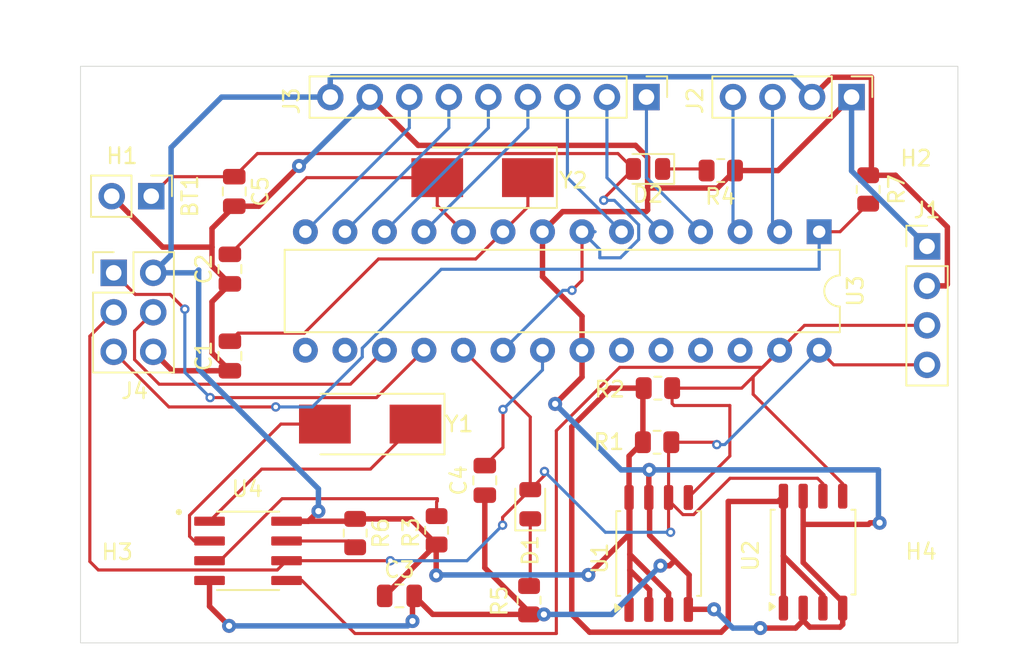
<source format=kicad_pcb>
(kicad_pcb (version 20240108) (generator "pcbnew") (generator_version "8.0")
  (title_block (title "Datalogger PCB") (date "2024-06-24"))
  (layers (0 "F.Cu" mixed) (31 "B.Cu" mixed) (34 "B.Paste" user) (35 "F.Paste" user) (36 "B.SilkS" user "B.Silkscreen") (37 "F.SilkS" user "F.Silkscreen") (38 "B.Mask" user) (39 "F.Mask" user) (44 "Edge.Cuts" user))
  (net 0 "")
  (net 1 "Net-(BT1-+)")
  (net 2 "GND")
  (net 3 "Net-(U3-XTAL1{slash}PB6)")
  (net 4 "Net-(U3-XTAL2{slash}PB7)")
  (net 5 "/Vcc")
  (net 6 "Net-(U3-AREF)")
  (net 7 "/SCK")
  (net 8 "Net-(D1-K)")
  (net 9 "Net-(D2-K)")
  (net 10 "/SDA")
  (net 11 "/TX")
  (net 12 "/RX")
  (net 13 "/D2")
  (net 14 "/D6")
  (net 15 "/D8")
  (net 16 "/D7")
  (net 17 "/D5")
  (net 18 "/D4")
  (net 19 "/D3")
  (net 20 "/MOSI")
  (net 21 "/MISO")
  (net 22 "/RESET")
  (net 23 "Net-(U4-~{INTA})")
  (net 24 "Net-(U4-SQW{slash}~INT)")
  (net 31 "Net-(U4-X2)")
  (net 32 "Net-(U4-X1)")
  (footprint "Crystal:Crystal_SMD_0603-2Pin_6.0x3.5mm_HandSoldering" (layer "F.Cu") (at 116.2558 124.3076 180)
    (property "Reference" "Y1" (at -5.7235 0 180) (layer "F.SilkS"))
    (property "Value" "32.768 kHz")
    (pad "1" smd rect (at -2.9125 0 180) (size 3.325 2.5) (layers "F.Cu" "F.Paste" "F.Mask") (net 32 "Net-(U4-X1)"))
    (pad "2" smd rect (at 2.9125 0 180) (size 3.325 2.5) (layers "F.Cu" "F.Paste" "F.Mask") (net 31 "Net-(U4-X2)"))
  )
  (footprint "MountingHole:MountingHole_2.2mm_M2" (layer "F.Cu") (at 151.4856 135.8392)
    (property "Reference" "H4" (at 0.1778 -3.3274 0) (layer "F.SilkS"))
    (property "Value" "MountingHole")
    (pad "" np_thru_hole circle (at 0 0) (size 2.2 2.2) (drill 2.2) (layers "*.Cu" "*.Mask"))
  )
  (footprint "Resistor_SMD:R_0805_2012Metric" (layer "F.Cu") (at 115.2906 131.3199 -90)
    (property "Reference" "R6" (at 0 -1.65 90) (layer "F.SilkS"))
    (property "Value" "10k")
    (pad "1" smd roundrect (at -0.9125 0 270) (size 1.025 1.4) (layers "F.Cu" "F.Paste" "F.Mask") (roundrect_rratio 0.243902) (net 5 "/Vcc"))
    (pad "2" smd roundrect (at 0.9125 0 270) (size 1.025 1.4) (layers "F.Cu" "F.Paste" "F.Mask") (roundrect_rratio 0.243902) (net 24 "Net-(U4-SQW{slash}~INT)"))
  )
  (footprint "Resistor_SMD:R_0805_2012Metric" (layer "F.Cu") (at 148.2598 109.2181 -90)
    (property "Reference" "R7" (at -0.0019 -1.8288 90) (layer "F.SilkS"))
    (property "Value" "10k")
    (pad "1" smd roundrect (at -0.9125 0 270) (size 1.025 1.4) (layers "F.Cu" "F.Paste" "F.Mask") (roundrect_rratio 0.243902) (net 5 "/Vcc"))
    (pad "2" smd roundrect (at 0.9125 0 270) (size 1.025 1.4) (layers "F.Cu" "F.Paste" "F.Mask") (roundrect_rratio 0.243902) (net 22 "/RESET"))
  )
  (footprint "Package_DIP:DIP-28_W7.62mm" (layer "F.Cu") (at 145.1102 111.9378 -90)
    (property "Reference" "U3" (at 3.81 -2.33 90) (layer "F.SilkS"))
    (property "Value" "ATmega328-P")
    (pad "1" thru_hole rect (at 0 0 270) (size 1.6 1.6) (drill 0.8) (layers "*.Cu" "*.Mask") (net 22 "/RESET"))
    (pad "2" thru_hole oval (at 0 2.54 270) (size 1.6 1.6) (drill 0.8) (layers "*.Cu" "*.Mask") (net 12 "/RX"))
    (pad "3" thru_hole oval (at 0 5.08 270) (size 1.6 1.6) (drill 0.8) (layers "*.Cu" "*.Mask") (net 11 "/TX"))
    (pad "4" thru_hole oval (at 0 7.62 270) (size 1.6 1.6) (drill 0.8) (layers "*.Cu" "*.Mask") (net 13 "/D2"))
    (pad "5" thru_hole oval (at 0 10.16 270) (size 1.6 1.6) (drill 0.8) (layers "*.Cu" "*.Mask") (net 19 "/D3"))
    (pad "6" thru_hole oval (at 0 12.7 270) (size 1.6 1.6) (drill 0.8) (layers "*.Cu" "*.Mask") (net 18 "/D4"))
    (pad "7" thru_hole oval (at 0 15.24 270) (size 1.6 1.6) (drill 0.8) (layers "*.Cu" "*.Mask") (net 1 "Net-(BT1-+)"))
    (pad "8" thru_hole oval (at 0 17.78 270) (size 1.6 1.6) (drill 0.8) (layers "*.Cu" "*.Mask") (net 2 "GND"))
    (pad "9" thru_hole oval (at 0 20.32 270) (size 1.6 1.6) (drill 0.8) (layers "*.Cu" "*.Mask") (net 3 "Net-(U3-XTAL1{slash}PB6)"))
    (pad "10" thru_hole oval (at 0 22.86 270) (size 1.6 1.6) (drill 0.8) (layers "*.Cu" "*.Mask") (net 4 "Net-(U3-XTAL2{slash}PB7)"))
    (pad "11" thru_hole oval (at 0 25.4 270) (size 1.6 1.6) (drill 0.8) (layers "*.Cu" "*.Mask") (net 17 "/D5"))
    (pad "12" thru_hole oval (at 0 27.94 270) (size 1.6 1.6) (drill 0.8) (layers "*.Cu" "*.Mask") (net 14 "/D6"))
    (pad "13" thru_hole oval (at 0 30.48 270) (size 1.6 1.6) (drill 0.8) (layers "*.Cu" "*.Mask") (net 16 "/D7"))
    (pad "14" thru_hole oval (at 0 33.02 270) (size 1.6 1.6) (drill 0.8) (layers "*.Cu" "*.Mask") (net 15 "/D8"))
    (pad "15" thru_hole oval (at 7.62 33.02 270) (size 1.6 1.6) (drill 0.8) (layers "*.Cu" "*.Mask"))
    (pad "16" thru_hole oval (at 7.62 30.48 270) (size 1.6 1.6) (drill 0.8) (layers "*.Cu" "*.Mask"))
    (pad "17" thru_hole oval (at 7.62 27.94 270) (size 1.6 1.6) (drill 0.8) (layers "*.Cu" "*.Mask") (net 20 "/MOSI"))
    (pad "18" thru_hole oval (at 7.62 25.4 270) (size 1.6 1.6) (drill 0.8) (layers "*.Cu" "*.Mask") (net 21 "/MISO"))
    (pad "19" thru_hole oval (at 7.62 22.86 270) (size 1.6 1.6) (drill 0.8) (layers "*.Cu" "*.Mask") (net 7 "/SCK"))
    (pad "20" thru_hole oval (at 7.62 20.32 270) (size 1.6 1.6) (drill 0.8) (layers "*.Cu" "*.Mask") (net 1 "Net-(BT1-+)"))
    (pad "21" thru_hole oval (at 7.62 17.78 270) (size 1.6 1.6) (drill 0.8) (layers "*.Cu" "*.Mask") (net 6 "Net-(U3-AREF)"))
    (pad "22" thru_hole oval (at 7.62 15.24 270) (size 1.6 1.6) (drill 0.8) (layers "*.Cu" "*.Mask") (net 2 "GND"))
    (pad "23" thru_hole oval (at 7.62 12.7 270) (size 1.6 1.6) (drill 0.8) (layers "*.Cu" "*.Mask"))
    (pad "24" thru_hole oval (at 7.62 10.16 270) (size 1.6 1.6) (drill 0.8) (layers "*.Cu" "*.Mask"))
    (pad "25" thru_hole oval (at 7.62 7.62 270) (size 1.6 1.6) (drill 0.8) (layers "*.Cu" "*.Mask"))
    (pad "26" thru_hole oval (at 7.62 5.08 270) (size 1.6 1.6) (drill 0.8) (layers "*.Cu" "*.Mask"))
    (pad "27" thru_hole oval (at 7.62 2.54 270) (size 1.6 1.6) (drill 0.8) (layers "*.Cu" "*.Mask") (net 10 "/SDA"))
    (pad "28" thru_hole oval (at 7.62 0 270) (size 1.6 1.6) (drill 0.8) (layers "*.Cu" "*.Mask") (net 7 "/SCK"))
  )
  (footprint "MountingHole:MountingHole_2.2mm_M2" (layer "F.Cu") (at 100.1776 103.8352)
    (property "Reference" "H1" (at 0.127 3.2258 0) (layer "F.SilkS"))
    (property "Value" "MountingHole")
    (pad "" np_thru_hole circle (at 0 0) (size 2.2 2.2) (drill 2.2) (layers "*.Cu" "*.Mask"))
  )
  (footprint "Connector_PinHeader_2.54mm:PinHeader_1x04_P2.54mm_Vertical" (layer "F.Cu") (at 147.193 103.2764 -90)
    (property "Reference" "J2" (at 0.2286 10.0584 90) (layer "F.SilkS"))
    (property "Value" "Conn_01x04_Pin")
    (pad "1" thru_hole rect (at 0 0 270) (size 1.7 1.7) (drill 1) (layers "*.Cu" "*.Mask") (net 2 "GND"))
    (pad "2" thru_hole oval (at 0 2.54 270) (size 1.7 1.7) (drill 1) (layers "*.Cu" "*.Mask") (net 5 "/Vcc"))
    (pad "3" thru_hole oval (at 0 5.08 270) (size 1.7 1.7) (drill 1) (layers "*.Cu" "*.Mask") (net 12 "/RX"))
    (pad "4" thru_hole oval (at 0 7.62 270) (size 1.7 1.7) (drill 1) (layers "*.Cu" "*.Mask") (net 11 "/TX"))
  )
  (footprint "Capacitor_SMD:C_0805_2012Metric" (layer "F.Cu") (at 107.2388 114.3406 90)
    (property "Reference" "C2" (at 0 -1.68 -90) (layer "F.SilkS"))
    (property "Value" "22pF")
    (pad "1" smd roundrect (at -0.95 0 90) (size 1 1.45) (layers "F.Cu" "F.Paste" "F.Mask") (net 2 "GND"))
    (pad "2" smd roundrect (at 0.95 0 90) (size 1 1.45) (layers "F.Cu" "F.Paste" "F.Mask") (net 4 "Net-(U3-XTAL2{slash}PB7)"))
  )
  (footprint "Capacitor_SMD:C_0805_2012Metric" (layer "F.Cu") (at 107.5182 109.347 -90)
    (property "Reference" "C5" (at 0 -1.68 90) (layer "F.SilkS"))
    (property "Value" "100nF")
    (pad "1" smd roundrect (at -0.95 0 270) (size 1 1.45) (layers "F.Cu" "F.Paste" "F.Mask") (net 1 "Net-(BT1-+)"))
    (pad "2" smd roundrect (at 0.95 0 270) (size 1 1.45) (layers "F.Cu" "F.Paste" "F.Mask") (net 2 "GND"))
  )
  (footprint "LED_SMD:LED_0805_2012Metric" (layer "F.Cu") (at 134.1097 107.8992 180)
    (property "Reference" "D2" (at 0 -1.65 180) (layer "F.SilkS"))
    (property "Value" "LED")
    (pad "1" smd roundrect (at -0.9375 0 180) (size 0.975 1.4) (layers "F.Cu" "F.Paste" "F.Mask") (net 9 "Net-(D2-K)"))
    (pad "2" smd roundrect (at 0.9375 0 180) (size 0.975 1.4) (layers "F.Cu" "F.Paste" "F.Mask") (net 1 "Net-(BT1-+)"))
  )
  (footprint "DS1337S_T_R:SOIC127P600X175-8N" (layer "F.Cu") (at 108.405 132.461)
    (property "Reference" "U4" (at -0.0508 -3.9878 180) (layer "F.SilkS"))
    (property "Value" "DS1337S_T_R")
    (pad "1" smd roundrect (at -2.475 -1.905) (size 1.97 0.59) (layers "F.Cu" "F.Paste" "F.Mask") (roundrect_rratio 0.125) (net 32 "Net-(U4-X1)"))
    (pad "2" smd roundrect (at -2.475 -0.635) (size 1.97 0.59) (layers "F.Cu" "F.Paste" "F.Mask") (roundrect_rratio 0.125) (net 31 "Net-(U4-X2)"))
    (pad "3" smd roundrect (at -2.475 0.635) (size 1.97 0.59) (layers "F.Cu" "F.Paste" "F.Mask") (roundrect_rratio 0.125) (net 23 "Net-(U4-~{INTA})"))
    (pad "4" smd roundrect (at -2.475 1.905) (size 1.97 0.59) (layers "F.Cu" "F.Paste" "F.Mask") (roundrect_rratio 0.125) (net 2 "GND"))
    (pad "5" smd roundrect (at 2.475 1.905) (size 1.97 0.59) (layers "F.Cu" "F.Paste" "F.Mask") (roundrect_rratio 0.125) (net 10 "/SDA"))
    (pad "6" smd roundrect (at 2.475 0.635) (size 1.97 0.59) (layers "F.Cu" "F.Paste" "F.Mask") (roundrect_rratio 0.125) (net 7 "/SCK"))
    (pad "7" smd roundrect (at 2.475 -0.635) (size 1.97 0.59) (layers "F.Cu" "F.Paste" "F.Mask") (roundrect_rratio 0.125) (net 24 "Net-(U4-SQW{slash}~INT)"))
    (pad "8" smd roundrect (at 2.475 -1.905) (size 1.97 0.59) (layers "F.Cu" "F.Paste" "F.Mask") (roundrect_rratio 0.125) (net 5 "/Vcc"))
  )
  (footprint "Capacitor_SMD:C_0805_2012Metric" (layer "F.Cu") (at 107.2388 119.9286 90)
    (property "Reference" "C1" (at 0 -1.68 -90) (layer "F.SilkS"))
    (property "Value" "22pF")
    (pad "1" smd roundrect (at -0.95 0 90) (size 1 1.45) (layers "F.Cu" "F.Paste" "F.Mask") (net 2 "GND"))
    (pad "2" smd roundrect (at 0.95 0 90) (size 1 1.45) (layers "F.Cu" "F.Paste" "F.Mask") (net 3 "Net-(U3-XTAL1{slash}PB6)"))
  )
  (footprint "LED_SMD:LED_0805_2012Metric" (layer "F.Cu") (at 126.5428 129.4638 90)
    (property "Reference" "D1" (at -2.9695 0 270) (layer "F.SilkS"))
    (property "Value" "LED")
    (pad "1" smd roundrect (at -0.9375 0 90) (size 0.975 1.4) (layers "F.Cu" "F.Paste" "F.Mask") (net 8 "Net-(D1-K)"))
    (pad "2" smd roundrect (at 0.9375 0 90) (size 0.975 1.4) (layers "F.Cu" "F.Paste" "F.Mask") (net 7 "/SCK"))
  )
  (footprint "Capacitor_SMD:C_0805_2012Metric" (layer "F.Cu") (at 118.1354 135.3566)
    (property "Reference" "C3" (at 0 -1.68 0) (layer "F.SilkS"))
    (property "Value" "0.1uF")
    (pad "1" smd roundrect (at -0.95 0) (size 1 1.45) (layers "F.Cu" "F.Paste" "F.Mask") (net 5 "/Vcc"))
    (pad "2" smd roundrect (at 0.95 0) (size 1 1.45) (layers "F.Cu" "F.Paste" "F.Mask") (net 2 "GND"))
  )
  (footprint "Resistor_SMD:R_0805_2012Metric" (layer "F.Cu") (at 126.4666 135.636 90)
    (property "Reference" "R5" (at -0.0508 -1.905 270) (layer "F.SilkS"))
    (property "Value" "330")
    (pad "1" smd roundrect (at -0.9125 0 90) (size 1.025 1.4) (layers "F.Cu" "F.Paste" "F.Mask") (roundrect_rratio 0.243902) (net 2 "GND"))
    (pad "2" smd roundrect (at 0.9125 0 90) (size 1.025 1.4) (layers "F.Cu" "F.Paste" "F.Mask") (roundrect_rratio 0.243902) (net 8 "Net-(D1-K)"))
  )
  (footprint "Resistor_SMD:R_0805_2012Metric" (layer "F.Cu") (at 134.747 121.9962)
    (property "Reference" "R2" (at -3.0969 0.0762 0) (layer "F.SilkS"))
    (property "Value" "4.7k")
    (pad "1" smd roundrect (at -0.9125 0) (size 1.025 1.4) (layers "F.Cu" "F.Paste" "F.Mask") (roundrect_rratio 0.243902) (net 5 "/Vcc"))
    (pad "2" smd roundrect (at 0.9125 0) (size 1.025 1.4) (layers "F.Cu" "F.Paste" "F.Mask") (roundrect_rratio 0.243902) (net 10 "/SDA"))
  )
  (footprint "MountingHole:MountingHole_2.2mm_M2" (layer "F.Cu") (at 151.4856 103.8352)
    (property "Reference" "H2" (at -0.1524 3.3782 0) (layer "F.SilkS"))
    (property "Value" "MountingHole")
    (pad "" np_thru_hole circle (at 0 0) (size 2.2 2.2) (drill 2.2) (layers "*.Cu" "*.Mask"))
  )
  (footprint "Connector_PinHeader_2.54mm:PinHeader_1x02_P2.54mm_Vertical" (layer "F.Cu") (at 102.1842 109.6518 -90)
    (property "Reference" "BT1" (at 0 -2.4892 90) (layer "F.SilkS"))
    (property "Value" "Battery")
    (pad "1" thru_hole rect (at 0 0 270) (size 1.7 1.7) (drill 1) (layers "*.Cu" "*.Mask") (net 1 "Net-(BT1-+)"))
    (pad "2" thru_hole oval (at 0 2.54 270) (size 1.7 1.7) (drill 1) (layers "*.Cu" "*.Mask") (net 2 "GND"))
  )
  (footprint "Crystal:Crystal_SMD_0603-2Pin_6.0x3.5mm_HandSoldering" (layer "F.Cu") (at 123.4779 108.458 180)
    (property "Reference" "Y2" (at -5.8335 -0.1778 180) (layer "F.SilkS"))
    (property "Value" "16MHz")
    (pad "1" smd rect (at -2.9125 0 180) (size 3.325 2.5) (layers "F.Cu" "F.Paste" "F.Mask") (net 3 "Net-(U3-XTAL1{slash}PB6)"))
    (pad "2" smd rect (at 2.9125 0 180) (size 3.325 2.5) (layers "F.Cu" "F.Paste" "F.Mask") (net 4 "Net-(U3-XTAL2{slash}PB7)"))
  )
  (footprint "Resistor_SMD:R_0805_2012Metric" (layer "F.Cu") (at 120.523 131.1421 90)
    (property "Reference" "R3" (at -0.1505 -1.651 270) (layer "F.SilkS"))
    (property "Value" "10k")
    (pad "1" smd roundrect (at -0.9125 0 90) (size 1.025 1.4) (layers "F.Cu" "F.Paste" "F.Mask") (roundrect_rratio 0.243902) (net 5 "/Vcc"))
    (pad "2" smd roundrect (at 0.9125 0 90) (size 1.025 1.4) (layers "F.Cu" "F.Paste" "F.Mask") (roundrect_rratio 0.243902) (net 23 "Net-(U4-~{INTA})"))
  )
  (footprint "MountingHole:MountingHole_2.2mm_M2" (layer "F.Cu") (at 100.1776 135.8392)
    (property "Reference" "H3" (at -0.1778 -3.302 0) (layer "F.SilkS"))
    (property "Value" "MountingHole")
    (pad "" np_thru_hole circle (at 0 0) (size 2.2 2.2) (drill 2.2) (layers "*.Cu" "*.Mask"))
  )
  (footprint "Package_SO:SOIC-8_5.23x5.23mm_P1.27mm" (layer "F.Cu") (at 144.7178 132.544 90)
    (property "Reference" "U2" (at -0.2286 -4.0132 90) (layer "F.SilkS"))
    (property "Value" "24LC1025")
    (pad "1" smd roundrect (at -3.6 -1.905 90) (size 1.6 0.6) (layers "F.Cu" "F.Paste" "F.Mask") (net 5 "/Vcc"))
    (pad "2" smd roundrect (at -3.6 -0.635 90) (size 1.6 0.6) (layers "F.Cu" "F.Paste" "F.Mask") (net 2 "GND"))
    (pad "3" smd roundrect (at -3.6 0.635 90) (size 1.6 0.6) (layers "F.Cu" "F.Paste" "F.Mask") (net 5 "/Vcc"))
    (pad "4" smd roundrect (at -3.6 1.905 90) (size 1.6 0.6) (layers "F.Cu" "F.Paste" "F.Mask") (net 2 "GND"))
    (pad "5" smd roundrect (at 3.6 1.905 90) (size 1.6 0.6) (layers "F.Cu" "F.Paste" "F.Mask") (net 10 "/SDA"))
    (pad "6" smd roundrect (at 3.6 0.635 90) (size 1.6 0.6) (layers "F.Cu" "F.Paste" "F.Mask") (net 7 "/SCK"))
    (pad "7" smd roundrect (at 3.6 -0.635 90) (size 1.6 0.6) (layers "F.Cu" "F.Paste" "F.Mask") (net 2 "GND"))
    (pad "8" smd roundrect (at 3.6 -1.905 90) (size 1.6 0.6) (layers "F.Cu" "F.Paste" "F.Mask") (net 5 "/Vcc"))
  )
  (footprint "Capacitor_SMD:C_0805_2012Metric" (layer "F.Cu") (at 123.6218 127.9296 90)
    (property "Reference" "C4" (at 0 -1.68 270) (layer "F.SilkS"))
    (property "Value" "1uF")
    (pad "1" smd roundrect (at -0.95 0 90) (size 1 1.45) (layers "F.Cu" "F.Paste" "F.Mask") (net 2 "GND"))
    (pad "2" smd roundrect (at 0.95 0 90) (size 1 1.45) (layers "F.Cu" "F.Paste" "F.Mask") (net 6 "Net-(U3-AREF)"))
  )
  (footprint "Package_SO:SOIC-8_5.23x5.23mm_P1.27mm" (layer "F.Cu") (at 134.7978 132.632 90)
    (property "Reference" "U1" (at -0.3048 -3.7846 -90) (layer "F.SilkS"))
    (property "Value" "24LC1025")
    (pad "1" smd roundrect (at -3.6 -1.905 90) (size 1.6 0.6) (layers "F.Cu" "F.Paste" "F.Mask") (net 5 "/Vcc"))
    (pad "2" smd roundrect (at -3.6 -0.635 90) (size 1.6 0.6) (layers "F.Cu" "F.Paste" "F.Mask") (net 5 "/Vcc"))
    (pad "3" smd roundrect (at -3.6 0.635 90) (size 1.6 0.6) (layers "F.Cu" "F.Paste" "F.Mask") (net 5 "/Vcc"))
    (pad "4" smd roundrect (at -3.6 1.905 90) (size 1.6 0.6) (layers "F.Cu" "F.Paste" "F.Mask") (net 2 "GND"))
    (pad "5" smd roundrect (at 3.6 1.905 90) (size 1.6 0.6) (layers "F.Cu" "F.Paste" "F.Mask") (net 10 "/SDA"))
    (pad "6" smd roundrect (at 3.6 0.635 90) (size 1.6 0.6) (layers "F.Cu" "F.Paste" "F.Mask") (net 7 "/SCK"))
    (pad "7" smd roundrect (at 3.6 -0.635 90) (size 1.6 0.6) (layers "F.Cu" "F.Paste" "F.Mask") (net 2 "GND"))
    (pad "8" smd roundrect (at 3.6 -1.905 90) (size 1.6 0.6) (layers "F.Cu" "F.Paste" "F.Mask") (net 5 "/Vcc"))
  )
  (footprint "Resistor_SMD:R_0805_2012Metric" (layer "F.Cu") (at 138.7875 108.0008)
    (property "Reference" "R4" (at -0.0273 1.6764 0) (layer "F.SilkS"))
    (property "Value" "330")
    (pad "1" smd roundrect (at -0.9125 0) (size 1.025 1.4) (layers "F.Cu" "F.Paste" "F.Mask") (roundrect_rratio 0.243902) (net 9 "Net-(D2-K)"))
    (pad "2" smd roundrect (at 0.9125 0) (size 1.025 1.4) (layers "F.Cu" "F.Paste" "F.Mask") (roundrect_rratio 0.243902) (net 2 "GND"))
  )
  (footprint "Resistor_SMD:R_0805_2012Metric" (layer "F.Cu") (at 134.6943 125.476)
    (property "Reference" "R1" (at -3.0969 -0.0254 0) (layer "F.SilkS"))
    (property "Value" "4.7k")
    (pad "1" smd roundrect (at -0.9125 0) (size 1.025 1.4) (layers "F.Cu" "F.Paste" "F.Mask") (roundrect_rratio 0.243902) (net 5 "/Vcc"))
    (pad "2" smd roundrect (at 0.9125 0) (size 1.025 1.4) (layers "F.Cu" "F.Paste" "F.Mask") (roundrect_rratio 0.243902) (net 7 "/SCK"))
  )
  (footprint "Connector_PinHeader_2.54mm:PinHeader_1x09_P2.54mm_Vertical" (layer "F.Cu") (at 134.0104 103.2764 -90)
    (property "Reference" "J3" (at 0.254 22.8092 90) (layer "F.SilkS"))
    (property "Value" "Conn_01x09_Pin")
    (pad "1" thru_hole rect (at 0 0 270) (size 1.7 1.7) (drill 1) (layers "*.Cu" "*.Mask") (net 13 "/D2"))
    (pad "2" thru_hole oval (at 0 2.54 270) (size 1.7 1.7) (drill 1) (layers "*.Cu" "*.Mask") (net 19 "/D3"))
    (pad "3" thru_hole oval (at 0 5.08 270) (size 1.7 1.7) (drill 1) (layers "*.Cu" "*.Mask") (net 18 "/D4"))
    (pad "4" thru_hole oval (at 0 7.62 270) (size 1.7 1.7) (drill 1) (layers "*.Cu" "*.Mask") (net 17 "/D5"))
    (pad "5" thru_hole oval (at 0 10.16 270) (size 1.7 1.7) (drill 1) (layers "*.Cu" "*.Mask") (net 14 "/D6"))
    (pad "6" thru_hole oval (at 0 12.7 270) (size 1.7 1.7) (drill 1) (layers "*.Cu" "*.Mask") (net 16 "/D7"))
    (pad "7" thru_hole oval (at 0 15.24 270) (size 1.7 1.7) (drill 1) (layers "*.Cu" "*.Mask") (net 15 "/D8"))
    (pad "8" thru_hole oval (at 0 17.78 270) (size 1.7 1.7) (drill 1) (layers "*.Cu" "*.Mask") (net 2 "GND"))
    (pad "9" thru_hole oval (at 0 20.32 270) (size 1.7 1.7) (drill 1) (layers "*.Cu" "*.Mask") (net 5 "/Vcc"))
  )
  (footprint "Connector_PinHeader_2.54mm:PinHeader_1x04_P2.54mm_Vertical" (layer "F.Cu") (at 152.0444 112.8776)
    (property "Reference" "J1" (at 0 -2.33 0) (layer "F.SilkS"))
    (property "Value" "Conn_01x04_Pin")
    (pad "1" thru_hole rect (at 0 0) (size 1.7 1.7) (drill 1) (layers "*.Cu" "*.Mask") (net 2 "GND"))
    (pad "2" thru_hole oval (at 0 2.54) (size 1.7 1.7) (drill 1) (layers "*.Cu" "*.Mask") (net 5 "/Vcc"))
    (pad "3" thru_hole oval (at 0 5.08) (size 1.7 1.7) (drill 1) (layers "*.Cu" "*.Mask") (net 10 "/SDA"))
    (pad "4" thru_hole oval (at 0 7.62) (size 1.7 1.7) (drill 1) (layers "*.Cu" "*.Mask") (net 7 "/SCK"))
  )
  (footprint "Connector_PinHeader_2.54mm:PinHeader_2x03_P2.54mm_Vertical" (layer "F.Cu") (at 99.7712 114.5794)
    (property "Reference" "J4" (at 1.3462 7.5946 0) (layer "F.SilkS"))
    (property "Value" "Conn_02x03_Odd_Even")
    (pad "1" thru_hole rect (at 0 0) (size 1.7 1.7) (drill 1) (layers "*.Cu" "*.Mask") (net 21 "/MISO"))
    (pad "2" thru_hole oval (at 2.54 0) (size 1.7 1.7) (drill 1) (layers "*.Cu" "*.Mask") (net 5 "/Vcc"))
    (pad "3" thru_hole oval (at 0 2.54) (size 1.7 1.7) (drill 1) (layers "*.Cu" "*.Mask") (net 7 "/SCK"))
    (pad "4" thru_hole oval (at 2.54 2.54) (size 1.7 1.7) (drill 1) (layers "*.Cu" "*.Mask") (net 20 "/MOSI"))
    (pad "5" thru_hole oval (at 0 5.08) (size 1.7 1.7) (drill 1) (layers "*.Cu" "*.Mask") (net 22 "/RESET"))
    (pad "6" thru_hole oval (at 2.54 5.08) (size 1.7 1.7) (drill 1) (layers "*.Cu" "*.Mask") (net 2 "GND"))
  )
  (gr_rect (start 97.6376 101.2952) (end 154.0256 138.3792) (stroke (width 0.05)) (fill none) (layer "Edge.Cuts"))
  (segment (start 109.0072 106.908) (end 132.181 106.908) (width 0.2) (layer "F.Cu") (net 1))
  (segment (start 132.181 106.908) (end 133.1722 107.8992) (width 0.2) (layer "F.Cu") (net 1))
  (segment (start 133.1722 107.8992) (end 131.2672 109.8042) (width 0.2) (layer "F.Cu") (net 1))
  (segment (start 103.439 108.397) (end 102.1842 109.6518) (width 0.2) (layer "F.Cu") (net 1))
  (segment (start 107.5182 108.397) (end 103.439 108.397) (width 0.2) (layer "F.Cu") (net 1))
  (segment (start 129.8702 111.9378) (end 129.8702 115.062) (width 0.2) (layer "F.Cu") (net 1))
  (segment (start 129.8702 115.062) (end 129.227153 115.705047) (width 0.2) (layer "F.Cu") (net 1))
  (segment (start 131.2672 109.8042) (end 131.2672 109.9174) (width 0.2) (layer "F.Cu") (net 1))
  (segment (start 107.5182 108.397) (end 109.0072 106.908) (width 0.2) (layer "F.Cu") (net 1))
  (via (at 131.2672 109.9174) (size 0.6) (drill 0.3) (layers "F.Cu" "B.Cu") (net 1))
  (via (at 129.227153 115.705047) (size 0.6) (drill 0.3) (layers "F.Cu" "B.Cu") (net 1))
  (segment (start 128.642953 115.705047) (end 124.7902 119.5578) (width 0.2) (layer "B.Cu") (net 1))
  (segment (start 129.8702 111.9378) (end 130.710198 111.9378) (width 0.2) (layer "B.Cu") (net 1))
  (segment (start 129.227153 115.705047) (end 128.642953 115.705047) (width 0.2) (layer "B.Cu") (net 1))
  (segment (start 131.945435 109.9174) (end 133.5102 111.482165) (width 0.2) (layer "B.Cu") (net 1))
  (segment (start 131.0132 113.0808) (end 129.8702 111.9378) (width 0.2) (layer "B.Cu") (net 1))
  (segment (start 133.5102 111.482165) (end 133.5102 112.438) (width 0.2) (layer "B.Cu") (net 1))
  (segment (start 133.5102 112.438) (end 132.334 113.6142) (width 0.2) (layer "B.Cu") (net 1))
  (segment (start 131.2672 109.9174) (end 131.945435 109.9174) (width 0.2) (layer "B.Cu") (net 1))
  (segment (start 131.0132 113.6142) (end 131.0132 113.0808) (width 0.2) (layer "B.Cu") (net 1))
  (segment (start 132.334 113.6142) (end 131.0132 113.6142) (width 0.2) (layer "B.Cu") (net 1))
  (segment (start 134.0847 107.15919) (end 134.0847 109.0676) (width 0.35) (layer "F.Cu") (net 2))
  (segment (start 134.2136 131.4704) (end 134.2136 128.861) (width 0.35) (layer "F.Cu") (net 2))
  (segment (start 133.30851 106.383) (end 134.0847 107.15919) (width 0.35) (layer "F.Cu") (net 2))
  (segment (start 129.8702 119.5578) (end 129.8702 121.285) (width 0.35) (layer "F.Cu") (net 2))
  (segment (start 144.0828 133.212672) (end 146.6228 135.752672) (width 0.35) (layer "F.Cu") (net 2))
  (segment (start 106.0888 114.1406) (end 107.2388 115.2906) (width 0.35) (layer "F.Cu") (net 2))
  (segment (start 120.2773 136.5485) (end 126.4666 136.5485) (width 0.35) (layer "F.Cu") (net 2))
  (segment (start 147.193 103.2764) (end 142.4686 108.0008) (width 0.35) (layer "F.Cu") (net 2))
  (segment (start 102.9208 112.9284) (end 106.0888 112.9284) (width 0.35) (layer "F.Cu") (net 2))
  (segment (start 138.575 109.1258) (end 134.1429 109.1258) (width 0.35) (layer "F.Cu") (net 2))
  (segment (start 135.8265 133.0833) (end 134.2136 131.4704) (width 0.35) (layer "F.Cu") (net 2))
  (segment (start 106.0888 116.4406) (end 107.2388 115.2906) (width 0.35) (layer "F.Cu") (net 2))
  (segment (start 107.5182 110.297) (end 109.0948 110.297) (width 0.35) (layer "F.Cu") (net 2))
  (segment (start 99.6442 109.6518) (end 102.9208 112.9284) (width 0.35) (layer "F.Cu") (net 2))
  (segment (start 129.8702 121.285) (end 128.143 123.0122) (width 0.35) (layer "F.Cu") (net 2))
  (segment (start 129.8702 117.3734) (end 127.3302 114.8334) (width 0.35) (layer "F.Cu") (net 2))
  (segment (start 106.0888 119.7286) (end 106.0888 116.4406) (width 0.35) (layer "F.Cu") (net 2))
  (segment (start 134.1429 109.1258) (end 134.0847 109.0676) (width 0.35) (layer "F.Cu") (net 2))
  (segment (start 127.4173 136.5485) (end 127.4192 136.5504) (width 0.35) (layer "F.Cu") (net 2))
  (segment (start 123.6218 133.552722) (end 126.4666 136.397522) (width 0.35) (layer "F.Cu") (net 2))
  (segment (start 146.6228 137.1968) (end 146.6228 136.144) (width 0.35) (layer "F.Cu") (net 2))
  (segment (start 148.9964 130.6576) (end 148.3868 130.6576) (width 0.35) (layer "F.Cu") (net 2))
  (segment (start 148.2852 130.7592) (end 144.0828 130.7592) (width 0.35) (layer "F.Cu") (net 2))
  (segment (start 103.5304 120.8786) (end 107.2388 120.8786) (width 0.35) (layer "F.Cu") (net 2))
  (segment (start 135.492719 133.417081) (end 135.8265 133.0833) (width 0.35) (layer "F.Cu") (net 2))
  (segment (start 126.4666 136.5485) (end 127.4173 136.5485) (width 0.35) (layer "F.Cu") (net 2))
  (segment (start 134.908519 133.417081) (end 135.492719 133.417081) (width 0.35) (layer "F.Cu") (net 2))
  (segment (start 106.0888 112.9284) (end 106.0888 114.1406) (width 0.35) (layer "F.Cu") (net 2))
  (segment (start 144.0828 130.7592) (end 144.0828 133.212672) (width 0.35) (layer "F.Cu") (net 2))
  (segment (start 105.93 136.029) (end 107.188 137.287) (width 0.35) (layer "F.Cu") (net 2))
  (segment (start 144.0828 136.144) (end 144.0828 136.943999) (width 0.35) (layer "F.Cu") (net 2))
  (segment (start 144.0828 136.943999) (end 144.507801 137.369) (width 0.35) (layer "F.Cu") (net 2))
  (segment (start 109.0948 110.297) (end 111.6838 107.708) (width 0.35) (layer "F.Cu") (net 2))
  (segment (start 136.7146 136.2202) (end 136.7028 136.232) (width 0.35) (layer "F.Cu") (net 2))
  (segment (start 118.9736 136.9792) (end 118.9736 135.4684) (width 0.35) (layer "F.Cu") (net 2))
  (segment (start 119.0854 135.3566) (end 120.2773 136.5485) (width 0.35) (layer "F.Cu") (net 2))
  (segment (start 144.507801 137.369) (end 146.4506 137.369) (width 0.35) (layer "F.Cu") (net 2))
  (segment (start 143.597599 137.4292) (end 141.3256 137.4292) (width 0.35) (layer "F.Cu") (net 2))
  (segment (start 142.4686 108.0008) (end 139.7 108.0008) (width 0.35) (layer "F.Cu") (net 2))
  (segment (start 102.3112 119.6594) (end 103.5304 120.8786) (width 0.35) (layer "F.Cu") (net 2))
  (segment (start 139.7 108.0008) (end 138.575 109.1258) (width 0.35) (layer "F.Cu") (net 2))
  (segment (start 133.985 110.6424) (end 128.6256 110.6424) (width 0.35) (layer "F.Cu") (net 2))
  (segment (start 146.6228 135.752672) (end 146.6228 136.144) (width 0.35) (layer "F.Cu") (net 2))
  (segment (start 116.2304 103.2764) (end 119.337 106.383) (width 0.35) (layer "F.Cu") (net 2))
  (segment (start 128.6256 110.6424) (end 127.3302 111.9378) (width 0.35) (layer "F.Cu") (net 2))
  (segment (start 136.7536 134.0104) (end 135.8265 133.0833) (width 0.35) (layer "F.Cu") (net 2))
  (segment (start 134.0847 110.5427) (end 133.985 110.6424) (width 0.35) (layer "F.Cu") (net 2))
  (segment (start 107.2388 120.8786) (end 106.0888 119.7286) (width 0.35) (layer "F.Cu") (net 2))
  (segment (start 105.93 134.366) (end 105.93 136.029) (width 0.35) (layer "F.Cu") (net 2))
  (segment (start 134.1628 127.2794) (end 134.1882 127.254) (width 0.35) (layer "F.Cu") (net 2))
  (segment (start 119.337 106.383) (end 133.30851 106.383) (width 0.35) (layer "F.Cu") (net 2))
  (segment (start 138.3538 136.2202) (end 136.7146 136.2202) (width 0.35) (layer "F.Cu") (net 2))
  (segment (start 136.7536 136.061) (end 136.7536 134.0104) (width 0.35) (layer "F.Cu") (net 2))
  (segment (start 106.0888 111.7264) (end 106.0888 112.9284) (width 0.35) (layer "F.Cu") (net 2))
  (segment (start 144.0828 136.943999) (end 143.597599 137.4292) (width 0.35) (layer "F.Cu") (net 2))
  (segment (start 118.9736 135.4684) (end 119.0854 135.3566) (width 0.35) (layer "F.Cu") (net 2))
  (segment (start 126.4666 136.397522) (end 126.4666 136.5485) (width 0.35) (layer "F.Cu") (net 2))
  (segment (start 134.0847 109.0676) (end 134.0847 110.5427) (width 0.35) (layer "F.Cu") (net 2))
  (segment (start 127.3302 114.8334) (end 127.3302 111.9378) (width 0.35) (layer "F.Cu") (net 2))
  (segment (start 129.8702 119.5578) (end 129.8702 117.3734) (width 0.35) (layer "F.Cu") (net 2))
  (segment (start 144.0828 128.944) (end 144.0828 130.7592) (width 0.35) (layer "F.Cu") (net 2))
  (segment (start 146.4506 137.369) (end 146.6228 137.1968) (width 0.35) (layer "F.Cu") (net 2))
  (segment (start 134.1628 129.032) (end 134.1628 127.2794) (width 0.35) (layer "F.Cu") (net 2))
  (segment (start 107.5182 110.297) (end 106.0888 111.7264) (width 0.35) (layer "F.Cu") (net 2))
  (segment (start 123.6218 128.8796) (end 123.6218 133.552722) (width 0.35) (layer "F.Cu") (net 2))
  (segment (start 148.3868 130.6576) (end 148.2852 130.7592) (width 0.35) (layer "F.Cu") (net 2))
  (via (at 107.188 137.287) (size 0.9) (drill 0.4) (layers "F.Cu" "B.Cu") (net 2))
  (via (at 134.908519 133.417081) (size 0.9) (drill 0.4) (layers "F.Cu" "B.Cu") (net 2))
  (via (at 138.3538 136.2202) (size 0.9) (drill 0.4) (layers "F.Cu" "B.Cu") (net 2))
  (via (at 127.4192 136.5504) (size 0.9) (drill 0.4) (layers "F.Cu" "B.Cu") (net 2))
  (via (at 134.1882 127.254) (size 0.9) (drill 0.4) (layers "F.Cu" "B.Cu") (net 2))
  (via (at 118.9736 136.9792) (size 0.9) (drill 0.4) (layers "F.Cu" "B.Cu") (net 2))
  (via (at 148.9964 130.6576) (size 0.9) (drill 0.4) (layers "F.Cu" "B.Cu") (net 2))
  (via (at 128.143 123.0122) (size 0.9) (drill 0.4) (layers "F.Cu" "B.Cu") (net 2))
  (via (at 111.6838 107.708) (size 0.9) (drill 0.4) (layers "F.Cu" "B.Cu") (net 2))
  (via (at 141.3256 137.4292) (size 0.9) (drill 0.4) (layers "F.Cu" "B.Cu") (net 2))
  (segment (start 148.9202 127.254) (end 148.9202 130.5814) (width 0.35) (layer "B.Cu") (net 2))
  (segment (start 128.143 123.0122) (end 132.3848 127.254) (width 0.35) (layer "B.Cu") (net 2))
  (segment (start 107.188 137.287) (end 118.6658 137.287) (width 0.35) (layer "B.Cu") (net 2))
  (segment (start 118.6658 137.287) (end 118.9736 136.9792) (width 0.35) (layer "B.Cu") (net 2))
  (segment (start 134.1882 127.254) (end 148.9202 127.254) (width 0.35) (layer "B.Cu") (net 2))
  (segment (start 147.193 108.0262) (end 152.0444 112.8776) (width 0.35) (layer "B.Cu") (net 2))
  (segment (start 139.5628 137.4292) (end 138.3538 136.2202) (width 0.35) (layer "B.Cu") (net 2))
  (segment (start 141.3256 137.4292) (end 139.5628 137.4292) (width 0.35) (layer "B.Cu") (net 2))
  (segment (start 131.7752 136.5504) (end 134.908519 133.417081) (width 0.35) (layer "B.Cu") (net 2))
  (segment (start 148.9202 130.5814) (end 148.9964 130.6576) (width 0.35) (layer "B.Cu") (net 2))
  (segment (start 132.3848 127.254) (end 134.1882 127.254) (width 0.35) (layer "B.Cu") (net 2))
  (segment (start 111.6838 107.708) (end 111.7988 107.708) (width 0.35) (layer "B.Cu") (net 2))
  (segment (start 127.4192 136.5504) (end 131.7752 136.5504) (width 0.35) (layer "B.Cu") (net 2))
  (segment (start 111.7988 107.708) (end 116.2304 103.2764) (width 0.35) (layer "B.Cu") (net 2))
  (segment (start 147.193 103.2764) (end 147.193 108.0262) (width 0.35) (layer "B.Cu") (net 2))
  (segment (start 112.0218 118.4578) (end 116.7892 113.6904) (width 0.2) (layer "F.Cu") (net 3))
  (segment (start 116.7892 113.6904) (end 123.0376 113.6904) (width 0.2) (layer "F.Cu") (net 3))
  (segment (start 123.0376 113.6904) (end 124.7902 111.9378) (width 0.2) (layer "F.Cu") (net 3))
  (segment (start 126.3904 108.458) (end 126.3904 110.3376) (width 0.2) (layer "F.Cu") (net 3))
  (segment (start 107.7596 118.4578) (end 112.0218 118.4578) (width 0.2) (layer "F.Cu") (net 3))
  (segment (start 107.2388 118.9786) (end 107.7596 118.4578) (width 0.2) (layer "F.Cu") (net 3))
  (segment (start 126.3904 110.3376) (end 124.7902 111.9378) (width 0.2) (layer "F.Cu") (net 3))
  (segment (start 107.2388 113.3906) (end 112.1714 108.458) (width 0.2) (layer "F.Cu") (net 4))
  (segment (start 120.5654 108.458) (end 120.5654 110.253) (width 0.2) (layer "F.Cu") (net 4))
  (segment (start 120.5654 110.253) (end 122.2502 111.9378) (width 0.2) (layer "F.Cu") (net 4))
  (segment (start 112.1714 108.458) (end 120.5654 108.458) (width 0.2) (layer "F.Cu") (net 4))
  (segment (start 145.928 102.0014) (end 148.468 102.0014) (width 0.35) (layer "F.Cu") (net 5))
  (segment (start 134.2136 136.061) (end 134.2136 134.9756) (width 0.35) (layer "F.Cu") (net 5))
  (segment (start 132.9436 133.7056) (end 132.9436 132.6896) (width 0.35) (layer "F.Cu") (net 5))
  (segment (start 132.9436 136.061) (end 132.9436 133.7056) (width 0.35) (layer "F.Cu") (net 5))
  (segment (start 120.4976 134.0358) (end 120.4976 132.08) (width 0.35) (layer "F.Cu") (net 5))
  (segment (start 130.3528 137.6934) (end 129.2098 136.5504) (width 0.35) (layer "F.Cu") (net 5))
  (segment (start 142.4708 129.286) (end 139.2682 129.286) (width 0.35) (layer "F.Cu") (net 5))
  (segment (start 132.8928 129.032) (end 132.8928 126.365) (width 0.35) (layer "F.Cu") (net 5))
  (segment (start 142.8128 128.944) (end 142.4708 129.286) (width 0.35) (layer "F.Cu") (net 5))
  (segment (start 120.4976 132.08) (end 120.523 132.0546) (width 0.35) (layer "F.Cu") (net 5))
  (segment (start 144.653 103.2764) (end 145.928 102.0014) (width 0.35) (layer "F.Cu") (net 5))
  (segment (start 135.4328 135.1788) (end 132.9436 132.6896) (width 0.35) (layer "F.Cu") (net 5))
  (segment (start 132.8928 129.032) (end 132.8928 131.3942) (width 0.35) (layer "F.Cu") (net 5))
  (segment (start 153.3506 111.6338) (end 150.0224 108.3056) (width 0.35) (layer "F.Cu") (net 5))
  (segment (start 132.8928 126.365) (end 133.7818 125.476) (width 0.35) (layer "F.Cu") (net 5))
  (segment (start 133.7818 125.476) (end 133.7818 122.0489) (width 0.35) (layer "F.Cu") (net 5))
  (segment (start 115.2906 130.4074) (end 118.8758 130.4074) (width 0.35) (layer "F.Cu") (net 5))
  (segment (start 132.9436 132.6896) (end 132.9436 128.861) (width 0.35) (layer "F.Cu") (net 5))
  (segment (start 134.2136 134.9756) (end 132.9436 133.7056) (width 0.35) (layer "F.Cu") (net 5))
  (segment (start 139.2682 137.2362) (end 138.811 137.6934) (width 0.35) (layer "F.Cu") (net 5))
  (segment (start 150.0224 108.3056) (end 148.2598 108.3056) (width 0.35) (layer "F.Cu") (net 5))
  (segment (start 142.8128 132.7912) (end 142.8128 136.144) (width 0.35) (layer "F.Cu") (net 5))
  (segment (start 152.0444 115.4176) (end 153.246481 115.4176) (width 0.35) (layer "F.Cu") (net 5))
  (segment (start 110.88 130.556) (end 115.142 130.556) (width 0.35) (layer "F.Cu") (net 5))
  (segment (start 153.246481 115.4176) (end 153.3506 115.313481) (width 0.35) (layer "F.Cu") (net 5))
  (segment (start 135.4328 136.232) (end 135.4328 135.1788) (width 0.35) (layer "F.Cu") (net 5))
  (segment (start 132.8928 131.3942) (end 130.2766 134.0104) (width 0.35) (layer "F.Cu") (net 5))
  (segment (start 112.2806 130.556) (end 112.9284 129.9082) (width 0.35) (layer "F.Cu") (net 5))
  (segment (start 115.142 130.556) (end 115.2906 130.4074) (width 0.35) (layer "F.Cu") (net 5))
  (segment (start 120.523 132.0546) (end 120.4874 132.0546) (width 0.35) (layer "F.Cu") (net 5))
  (segment (start 118.8758 130.4074) (end 120.523 132.0546) (width 0.35) (layer "F.Cu") (net 5))
  (segment (start 133.7818 122.0489) (end 133.8345 121.9962) (width 0.35) (layer "F.Cu") (net 5))
  (segment (start 138.811 137.6934) (end 130.3528 137.6934) (width 0.35) (layer "F.Cu") (net 5))
  (segment (start 148.468 108.0974) (end 148.2598 108.3056) (width 0.35) (layer "F.Cu") (net 5))
  (segment (start 110.88 130.556) (end 112.2806 130.556) (width 0.35) (layer "F.Cu") (net 5))
  (segment (start 139.2682 129.286) (end 139.2682 137.2362) (width 0.35) (layer "F.Cu") (net 5))
  (segment (start 145.3528 136.144) (end 145.3528 135.3312) (width 0.35) (layer "F.Cu") (net 5))
  (segment (start 142.8128 128.944) (end 142.8128 132.7912) (width 0.35) (layer "F.Cu") (net 5))
  (segment (start 148.468 102.0014) (end 148.468 108.0974) (width 0.35) (layer "F.Cu") (net 5))
  (segment (start 120.4874 132.0546) (end 117.1854 135.3566) (width 0.35) (layer "F.Cu") (net 5))
  (segment (start 145.3528 135.3312) (end 142.8128 132.7912) (width 0.35) (layer "F.Cu") (net 5))
  (segment (start 129.2098 136.5504) (end 129.2098 124.4854) (width 0.35) (layer "F.Cu") (net 5))
  (segment (start 129.2098 124.4854) (end 131.699 121.9962) (width 0.35) (layer "F.Cu") (net 5))
  (segment (start 131.699 121.9962) (end 133.8345 121.9962) (width 0.35) (layer "F.Cu") (net 5))
  (segment (start 153.3506 115.313481) (end 153.3506 111.6338) (width 0.35) (layer "F.Cu") (net 5))
  (via (at 130.2766 134.0104) (size 0.9) (drill 0.4) (layers "F.Cu" "B.Cu") (net 5))
  (via (at 120.4976 134.0358) (size 0.9) (drill 0.4) (layers "F.Cu" "B.Cu") (net 5))
  (via (at 112.9284 129.9082) (size 0.9) (drill 0.4) (layers "F.Cu" "B.Cu") (net 5))
  (segment (start 113.6904 102.0718) (end 113.792 101.9702) (width 0.35) (layer "B.Cu") (net 5))
  (segment (start 103.4592 113.4314) (end 103.4592 106.5226) (width 0.35) (layer "B.Cu") (net 5))
  (segment (start 112.9284 129.9082) (end 112.9284 128.473477) (width 0.35) (layer "B.Cu") (net 5))
  (segment (start 103.4592 106.5226) (end 106.7054 103.2764) (width 0.35) (layer "B.Cu") (net 5))
  (segment (start 112.9284 128.473477) (end 105.2322 120.777277) (width 0.35) (layer "B.Cu") (net 5))
  (segment (start 113.6904 103.2764) (end 113.6904 102.0718) (width 0.35) (layer "B.Cu") (net 5))
  (segment (start 105.2322 114.4016) (end 105.0544 114.5794) (width 0.35) (layer "B.Cu") (net 5))
  (segment (start 120.523 134.0104) (end 120.4976 134.0358) (width 0.35) (layer "B.Cu") (net 5))
  (segment (start 143.3468 101.9702) (end 144.653 103.2764) (width 0.35) (layer "B.Cu") (net 5))
  (segment (start 113.792 101.9702) (end 143.3468 101.9702) (width 0.35) (layer "B.Cu") (net 5))
  (segment (start 105.2322 120.777277) (end 105.2322 114.4016) (width 0.35) (layer "B.Cu") (net 5))
  (segment (start 106.7054 103.2764) (end 113.6904 103.2764) (width 0.35) (layer "B.Cu") (net 5))
  (segment (start 105.0544 114.5794) (end 102.3112 114.5794) (width 0.35) (layer "B.Cu") (net 5))
  (segment (start 130.2766 134.0104) (end 120.523 134.0104) (width 0.35) (layer "B.Cu") (net 5))
  (segment (start 102.3112 114.5794) (end 103.4592 113.4314) (width 0.35) (layer "B.Cu") (net 5))
  (segment (start 123.6218 126.9796) (end 124.7902 125.8112) (width 0.2) (layer "F.Cu") (net 6))
  (segment (start 124.7902 125.8112) (end 124.7902 123.3678) (width 0.2) (layer "F.Cu") (net 6))
  (via (at 124.7902 123.3678) (size 0.6) (drill 0.3) (layers "F.Cu" "B.Cu") (net 6))
  (segment (start 127.3302 120.8278) (end 127.3302 119.5578) (width 0.2) (layer "B.Cu") (net 6))
  (segment (start 124.7902 123.3678) (end 127.3302 120.8278) (width 0.2) (layer "B.Cu") (net 6))
  (segment (start 124.7648 130.3043) (end 126.5428 128.5263) (width 0.2) (layer "F.Cu") (net 7))
  (segment (start 135.4328 129.2098) (end 135.4328 129.032) (width 0.2) (layer "F.Cu") (net 7))
  (segment (start 98.2376 118.653) (end 98.2376 133.1468) (width 0.2) (layer "F.Cu") (net 7))
  (segment (start 126.5428 128.5263) (end 126.5428 123.8504) (width 0.2) (layer "F.Cu") (net 7))
  (segment (start 145.3528 128.944) (end 145.3528 128.144001) (width 0.2) (layer "F.Cu") (net 7))
  (segment (start 124.7648 130.81) (end 124.7648 130.3043) (width 0.2) (layer "F.Cu") (net 7))
  (segment (start 98.7818 133.691) (end 110.285 133.691) (width 0.2) (layer "F.Cu") (net 7))
  (segment (start 99.7712 117.1194) (end 98.2376 118.653) (width 0.2) (layer "F.Cu") (net 7))
  (segment (start 110.88 133.096) (end 117.5512 133.096) (width 0.2) (layer "F.Cu") (net 7))
  (segment (start 145.3528 128.144001) (end 145.002799 127.794) (width 0.2) (layer "F.Cu") (net 7))
  (segment (start 145.002799 127.794) (end 139.381352 127.794) (width 0.2) (layer "F.Cu") (net 7))
  (segment (start 98.2376 133.1468) (end 98.7818 133.691) (width 0.2) (layer "F.Cu") (net 7))
  (segment (start 135.4328 131.1402) (end 135.5598 131.2672) (width 0.2) (layer "F.Cu") (net 7))
  (segment (start 127.4572 127.6119) (end 126.5428 128.5263) (width 0.2) (layer "F.Cu") (net 7))
  (segment (start 137.043352 130.132) (end 136.355 130.132) (width 0.2) (layer "F.Cu") (net 7))
  (segment (start 135.4328 129.032) (end 135.4328 125.65) (width 0.2) (layer "F.Cu") (net 7))
  (segment (start 110.285 133.691) (end 110.88 133.096) (width 0.2) (layer "F.Cu") (net 7))
  (segment (start 152.0444 120.4976) (end 146.05 120.4976) (width 0.2) (layer "F.Cu") (net 7))
  (segment (start 126.5428 123.8504) (end 122.2502 119.5578) (width 0.2) (layer "F.Cu") (net 7))
  (segment (start 127.4572 127.3556) (end 127.4572 127.6119) (width 0.2) (layer "F.Cu") (net 7))
  (segment (start 135.4328 125.65) (end 135.6068 125.476) (width 0.2) (layer "F.Cu") (net 7))
  (segment (start 135.4328 129.032) (end 135.4328 131.1402) (width 0.2) (layer "F.Cu") (net 7))
  (segment (start 135.6068 125.476) (end 138.3792 125.476) (width 0.2) (layer "F.Cu") (net 7))
  (segment (start 136.355 130.132) (end 135.4328 129.2098) (width 0.2) (layer "F.Cu") (net 7))
  (segment (start 138.3792 125.476) (end 138.5316 125.6284) (width 0.2) (layer "F.Cu") (net 7))
  (segment (start 139.381352 127.794) (end 137.043352 130.132) (width 0.2) (layer "F.Cu") (net 7))
  (segment (start 146.05 120.4976) (end 145.1102 119.5578) (width 0.2) (layer "F.Cu") (net 7))
  (via (at 127.4572 127.3556) (size 0.6) (drill 0.3) (layers "F.Cu" "B.Cu") (net 7))
  (via (at 135.5598 131.2672) (size 0.6) (drill 0.3) (layers "F.Cu" "B.Cu") (net 7))
  (via (at 124.7648 130.81) (size 0.6) (drill 0.3) (layers "F.Cu" "B.Cu") (net 7))
  (via (at 138.5316 125.6284) (size 0.6) (drill 0.3) (layers "F.Cu" "B.Cu") (net 7))
  (via (at 117.5512 133.096) (size 0.6) (drill 0.3) (layers "F.Cu" "B.Cu") (net 7))
  (segment (start 139.0396 125.6284) (end 138.5316 125.6284) (width 0.2) (layer "B.Cu") (net 7))
  (segment (start 135.5598 131.2672) (end 131.3688 131.2672) (width 0.2) (layer "B.Cu") (net 7))
  (segment (start 145.1102 119.5578) (end 139.0396 125.6284) (width 0.2) (layer "B.Cu") (net 7))
  (segment (start 117.5512 133.096) (end 122.4788 133.096) (width 0.2) (layer "B.Cu") (net 7))
  (segment (start 122.4788 133.096) (end 124.7648 130.81) (width 0.2) (layer "B.Cu") (net 7))
  (segment (start 131.3688 131.2672) (end 127.4572 127.3556) (width 0.2) (layer "B.Cu") (net 7))
  (segment (start 138.43 125.6284) (end 138.5316 125.6284) (width 0.2) (layer "B.Cu") (net 7))
  (segment (start 126.5428 134.6473) (end 126.4666 134.7235) (width 0.2) (layer "F.Cu") (net 8))
  (segment (start 126.5428 130.4013) (end 126.5428 134.6473) (width 0.2) (layer "F.Cu") (net 8))
  (segment (start 137.7734 107.8992) (end 137.875 108.0008) (width 0.2) (layer "F.Cu") (net 9))
  (segment (start 135.0472 107.8992) (end 137.7734 107.8992) (width 0.2) (layer "F.Cu") (net 9))
  (segment (start 136.7028 129.032) (end 139.3698 126.365) (width 0.2) (layer "F.Cu") (net 10))
  (segment (start 139.3698 126.365) (end 139.3698 123.1138) (width 0.2) (layer "F.Cu") (net 10))
  (segment (start 146.6228 128.944) (end 146.6228 128.144001) (width 0.2) (layer "F.Cu") (net 10))
  (segment (start 135.7884 123.1138) (end 135.6595 122.9849) (width 0.2) (layer "F.Cu") (net 10))
  (segment (start 140.1318 121.9962) (end 140.8684 121.2596) (width 0.2) (layer "F.Cu") (net 10))
  (segment (start 146.6228 128.144001) (end 140.8684 122.389601) (width 0.2) (layer "F.Cu") (net 10))
  (segment (start 144.1704 117.9576) (end 142.5702 119.5578) (width 0.2) (layer "F.Cu") (net 10))
  (segment (start 139.3698 123.1138) (end 135.7884 123.1138) (width 0.2) (layer "F.Cu") (net 10))
  (segment (start 135.6595 121.9962) (end 140.1318 121.9962) (width 0.2) (layer "F.Cu") (net 10))
  (segment (start 152.0444 117.9576) (end 144.1704 117.9576) (width 0.2) (layer "F.Cu") (net 10))
  (segment (start 135.6595 122.9849) (end 135.6595 121.9962) (width 0.2) (layer "F.Cu") (net 10))
  (segment (start 140.8684 122.389601) (end 140.8684 121.2596) (width 0.2) (layer "F.Cu") (net 10))
  (segment (start 128.2192 124.733538) (end 132.294938 120.6578) (width 0.2) (layer "F.Cu") (net 10))
  (segment (start 132.294938 120.6578) (end 141.4702 120.6578) (width 0.2) (layer "F.Cu") (net 10))
  (segment (start 110.88 134.366) (end 111.865 134.366) (width 0.2) (layer "F.Cu") (net 10))
  (segment (start 115.2782 137.7792) (end 128.2192 137.7792) (width 0.2) (layer "F.Cu") (net 10))
  (segment (start 141.4702 120.6578) (end 142.5702 119.5578) (width 0.2) (layer "F.Cu") (net 10))
  (segment (start 128.2192 137.7792) (end 128.2192 124.733538) (width 0.2) (layer "F.Cu") (net 10))
  (segment (start 111.865 134.366) (end 115.2782 137.7792) (width 0.2) (layer "F.Cu") (net 10))
  (segment (start 140.8684 121.2596) (end 142.5702 119.5578) (width 0.2) (layer "F.Cu") (net 10))
  (segment (start 139.573 103.2764) (end 139.573 111.4806) (width 0.2) (layer "B.Cu") (net 11))
  (segment (start 139.573 111.4806) (end 140.0302 111.9378) (width 0.2) (layer "B.Cu") (net 11))
  (segment (start 142.113 103.2764) (end 142.113 111.4806) (width 0.2) (layer "B.Cu") (net 12))
  (segment (start 142.113 111.4806) (end 142.5702 111.9378) (width 0.2) (layer "B.Cu") (net 12))
  (segment (start 134.0104 108.458) (end 137.4902 111.9378) (width 0.2) (layer "B.Cu") (net 13))
  (segment (start 134.0104 103.2764) (end 134.0104 108.458) (width 0.2) (layer "B.Cu") (net 13))
  (segment (start 123.8504 105.2576) (end 117.1702 111.9378) (width 0.2) (layer "B.Cu") (net 14))
  (segment (start 123.8504 103.2764) (end 123.8504 105.2576) (width 0.2) (layer "B.Cu") (net 14))
  (segment (start 118.7704 103.2764) (end 118.7704 105.2576) (width 0.2) (layer "B.Cu") (net 15))
  (segment (start 118.7704 105.2576) (end 112.0902 111.9378) (width 0.2) (layer "B.Cu") (net 15))
  (segment (start 121.3104 103.2764) (end 121.3104 105.2576) (width 0.2) (layer "B.Cu") (net 16))
  (segment (start 121.3104 105.2576) (end 114.6302 111.9378) (width 0.2) (layer "B.Cu") (net 16))
  (segment (start 126.3904 105.2576) (end 126.3904 103.2764) (width 0.2) (layer "B.Cu") (net 17))
  (segment (start 119.7102 111.9378) (end 126.3904 105.2576) (width 0.2) (layer "B.Cu") (net 17))
  (segment (start 128.9304 108.458) (end 132.4102 111.9378) (width 0.2) (layer "B.Cu") (net 18))
  (segment (start 128.9304 103.2764) (end 128.9304 108.458) (width 0.2) (layer "B.Cu") (net 18))
  (segment (start 131.4704 108.458) (end 134.9502 111.9378) (width 0.2) (layer "B.Cu") (net 19))
  (segment (start 131.4704 103.2764) (end 131.4704 108.458) (width 0.2) (layer "B.Cu") (net 19))
  (segment (start 101.1112 118.3194) (end 101.1112 120.1612) (width 0.2) (layer "F.Cu") (net 20))
  (segment (start 101.1112 120.1612) (end 102.6922 121.7422) (width 0.2) (layer "F.Cu") (net 20))
  (segment (start 102.3112 117.1194) (end 101.1112 118.3194) (width 0.2) (layer "F.Cu") (net 20))
  (segment (start 102.6922 121.7422) (end 114.9858 121.7422) (width 0.2) (layer "F.Cu") (net 20))
  (segment (start 114.9858 121.7422) (end 117.1702 119.5578) (width 0.2) (layer "F.Cu") (net 20))
  (segment (start 99.7712 114.5794) (end 101.1612 115.9694) (width 0.2) (layer "F.Cu") (net 21))
  (segment (start 103.3964 115.9694) (end 104.3432 116.9162) (width 0.2) (layer "F.Cu") (net 21))
  (segment (start 101.1612 115.9694) (end 103.3964 115.9694) (width 0.2) (layer "F.Cu") (net 21))
  (segment (start 116.6622 122.6058) (end 119.7102 119.5578) (width 0.2) (layer "F.Cu") (net 21))
  (segment (start 105.9688 122.6058) (end 116.6622 122.6058) (width 0.2) (layer "F.Cu") (net 21))
  (via (at 105.9688 122.6058) (size 0.6) (drill 0.3) (layers "F.Cu" "B.Cu") (net 21))
  (via (at 104.3432 116.9162) (size 0.6) (drill 0.3) (layers "F.Cu" "B.Cu") (net 21))
  (segment (start 104.3432 120.9802) (end 105.9688 122.6058) (width 0.2) (layer "B.Cu") (net 21))
  (segment (start 104.3432 116.9162) (end 104.3432 120.9802) (width 0.2) (layer "B.Cu") (net 21))
  (segment (start 103.3176 123.2058) (end 110.1852 123.2058) (width 0.2) (layer "F.Cu") (net 22))
  (segment (start 146.4526 111.9378) (end 148.2598 110.1306) (width 0.2) (layer "F.Cu") (net 22))
  (segment (start 99.7712 119.6594) (end 103.3176 123.2058) (width 0.2) (layer "F.Cu") (net 22))
  (segment (start 145.1102 111.9378) (end 146.4526 111.9378) (width 0.2) (layer "F.Cu") (net 22))
  (via (at 110.1852 123.2058) (size 0.6) (drill 0.3) (layers "F.Cu" "B.Cu") (net 22))
  (segment (start 110.1852 123.2058) (end 112.537835 123.2058) (width 0.2) (layer "B.Cu") (net 22))
  (segment (start 115.7478 119.424565) (end 120.821565 114.3508) (width 0.2) (layer "B.Cu") (net 22))
  (segment (start 115.7478 119.995835) (end 115.7478 119.424565) (width 0.2) (layer "B.Cu") (net 22))
  (segment (start 112.537835 123.2058) (end 115.7478 119.995835) (width 0.2) (layer "B.Cu") (net 22))
  (segment (start 120.821565 114.3508) (end 145.1102 114.3508) (width 0.2) (layer "B.Cu") (net 22))
  (segment (start 145.1102 114.3508) (end 145.1102 111.9378) (width 0.2) (layer "B.Cu") (net 22))
  (segment (start 106.606182 133.096) (end 110.593982 129.1082) (width 0.2) (layer "F.Cu") (net 23))
  (segment (start 120.5738 129.1082) (end 120.5738 129.2606) (width 0.2) (layer "F.Cu") (net 23))
  (segment (start 120.5738 129.2606) (end 120.523 129.3114) (width 0.2) (layer "F.Cu") (net 23))
  (segment (start 120.523 129.3114) (end 120.523 130.2296) (width 0.2) (layer "F.Cu") (net 23))
  (segment (start 105.93 133.096) (end 106.606182 133.096) (width 0.2) (layer "F.Cu") (net 23))
  (segment (start 110.593982 129.1082) (end 120.5738 129.1082) (width 0.2) (layer "F.Cu") (net 23))
  (segment (start 114.8842 131.826) (end 115.2906 132.2324) (width 0.2) (layer "F.Cu") (net 24))
  (segment (start 110.88 131.826) (end 114.8842 131.826) (width 0.2) (layer "F.Cu") (net 24))
  (segment (start 104.945 131.826) (end 104.645 131.526) (width 0.2) (layer "F.Cu") (net 31))
  (segment (start 104.645 130.177894) (end 110.515294 124.3076) (width 0.2) (layer "F.Cu") (net 31))
  (segment (start 110.515294 124.3076) (end 113.3433 124.3076) (width 0.2) (layer "F.Cu") (net 31))
  (segment (start 104.645 131.526) (end 104.645 130.177894) (width 0.2) (layer "F.Cu") (net 31))
  (segment (start 105.93 131.826) (end 104.945 131.826) (width 0.2) (layer "F.Cu") (net 31))
  (segment (start 105.93 130.556) (end 109.2828 127.2032) (width 0.2) (layer "F.Cu") (net 32))
  (segment (start 109.2828 127.2032) (end 116.2727 127.2032) (width 0.2) (layer "F.Cu") (net 32))
  (segment (start 116.2727 127.2032) (end 119.1683 124.3076) (width 0.2) (layer "F.Cu") (net 32))
)
</source>
